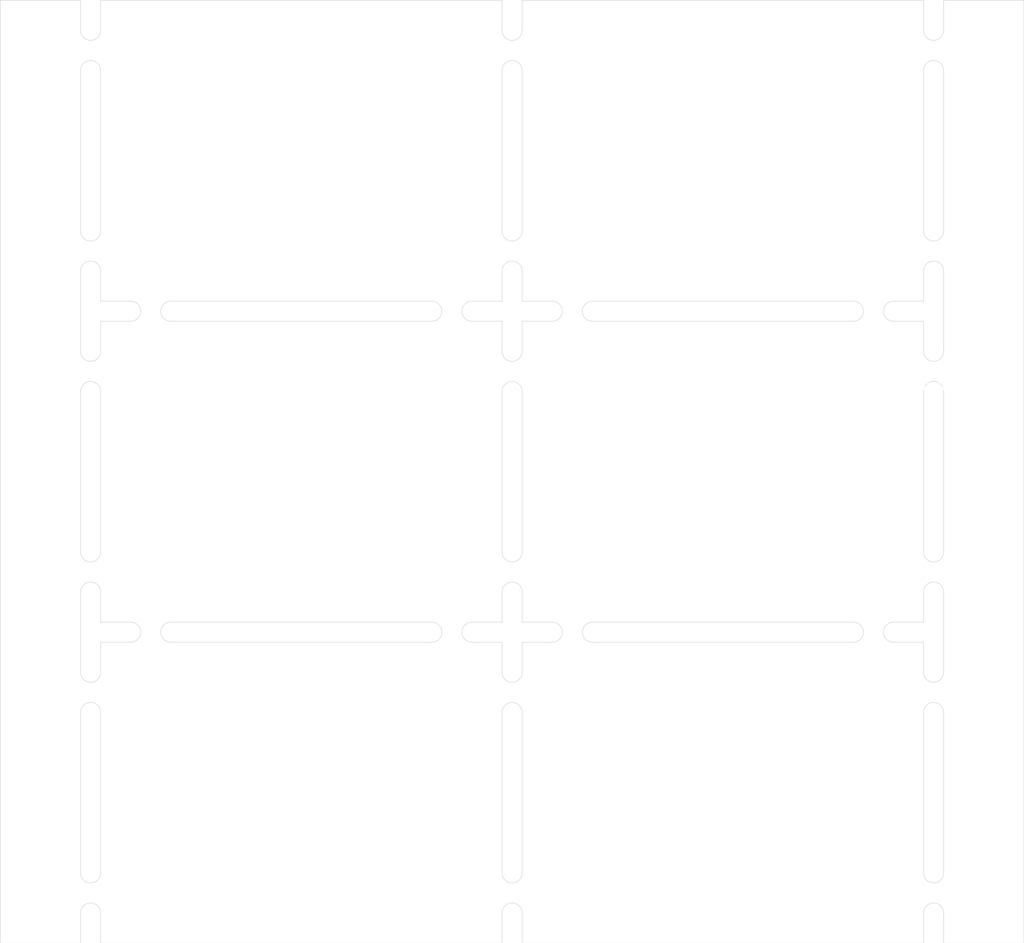
<source format=kicad_pcb>
(kicad_pcb (version 20171130) (host pcbnew 5.1.8)

  (general
    (thickness 1.6)
    (drawings 152)
    (tracks 0)
    (zones 0)
    (modules 26)
    (nets 1)
  )

  (page A4)
  (layers
    (0 F.Cu signal)
    (31 B.Cu signal)
    (32 B.Adhes user)
    (33 F.Adhes user)
    (34 B.Paste user)
    (35 F.Paste user)
    (36 B.SilkS user)
    (37 F.SilkS user)
    (38 B.Mask user)
    (39 F.Mask user)
    (40 Dwgs.User user)
    (41 Cmts.User user)
    (42 Eco1.User user)
    (43 Eco2.User user)
    (44 Edge.Cuts user)
    (45 Margin user)
    (46 B.CrtYd user)
    (47 F.CrtYd user)
    (48 B.Fab user)
    (49 F.Fab user)
  )

  (setup
    (last_trace_width 0.2)
    (trace_clearance 0.2)
    (zone_clearance 0.2)
    (zone_45_only no)
    (trace_min 0.2)
    (via_size 0.8)
    (via_drill 0.4)
    (via_min_size 0.4)
    (via_min_drill 0.3)
    (uvia_size 0.3)
    (uvia_drill 0.1)
    (uvias_allowed no)
    (uvia_min_size 0.2)
    (uvia_min_drill 0.1)
    (edge_width 0.05)
    (segment_width 0.2)
    (pcb_text_width 0.3)
    (pcb_text_size 1.5 1.5)
    (mod_edge_width 0.12)
    (mod_text_size 1 1)
    (mod_text_width 0.15)
    (pad_size 1.524 1.524)
    (pad_drill 0.762)
    (pad_to_mask_clearance 0)
    (aux_axis_origin 70 70)
    (grid_origin 70 70)
    (visible_elements FFFFF77F)
    (pcbplotparams
      (layerselection 0x010f0_ffffffff)
      (usegerberextensions false)
      (usegerberattributes true)
      (usegerberadvancedattributes true)
      (creategerberjobfile true)
      (excludeedgelayer true)
      (linewidth 0.100000)
      (plotframeref false)
      (viasonmask false)
      (mode 1)
      (useauxorigin true)
      (hpglpennumber 1)
      (hpglpenspeed 20)
      (hpglpendiameter 15.000000)
      (psnegative false)
      (psa4output false)
      (plotreference true)
      (plotvalue true)
      (plotinvisibletext false)
      (padsonsilk false)
      (subtractmaskfromsilk false)
      (outputformat 1)
      (mirror false)
      (drillshape 0)
      (scaleselection 1)
      (outputdirectory "gerber/"))
  )

  (net 0 "")

  (net_class Default "This is the default net class."
    (clearance 0.2)
    (trace_width 0.2)
    (via_dia 0.8)
    (via_drill 0.4)
    (uvia_dia 0.3)
    (uvia_drill 0.1)
  )

  (module Panelization:mouse-bite-2mm-slot (layer F.Cu) (tedit 5E4D97AC) (tstamp 5FB37CC1)
    (at 253 78 90)
    (fp_text reference mouse-bite-2mm-slot (at 0 -2 90) (layer F.SilkS) hide
      (effects (font (size 1 1) (thickness 0.2)))
    )
    (fp_text value VAL** (at 0 2.1 90) (layer F.SilkS) hide
      (effects (font (size 1 1) (thickness 0.2)))
    )
    (fp_line (start 2 0) (end 2 0) (layer Eco1.User) (width 2))
    (fp_line (start -2 0) (end -2 0) (layer Eco1.User) (width 2))
    (fp_circle (center -2 0) (end -2 -0.06) (layer Dwgs.User) (width 0.05))
    (fp_circle (center 2 0) (end 2.06 0) (layer Dwgs.User) (width 0.05))
    (pad "" np_thru_hole circle (at 0 -0.75 90) (size 0.5 0.5) (drill 0.5) (layers *.Cu *.Mask))
    (pad "" np_thru_hole circle (at 0 0.75 90) (size 0.5 0.5) (drill 0.5) (layers *.Cu *.Mask))
    (pad "" np_thru_hole circle (at 0.75 -0.75 90) (size 0.5 0.5) (drill 0.5) (layers *.Cu *.Mask))
    (pad "" np_thru_hole circle (at -0.75 -0.75 90) (size 0.5 0.5) (drill 0.5) (layers *.Cu *.Mask))
    (pad "" np_thru_hole circle (at -0.75 0.75 90) (size 0.5 0.5) (drill 0.5) (layers *.Cu *.Mask))
    (pad "" np_thru_hole circle (at 0.75 0.75 90) (size 0.5 0.5) (drill 0.5) (layers *.Cu *.Mask))
  )

  (module Panelization:mouse-bite-2mm-slot (layer F.Cu) (tedit 5E4D97AC) (tstamp 5FB37CC1)
    (at 253 109 90)
    (fp_text reference mouse-bite-2mm-slot (at 0 -2 90) (layer F.SilkS) hide
      (effects (font (size 1 1) (thickness 0.2)))
    )
    (fp_text value VAL** (at 0 2.1 90) (layer F.SilkS) hide
      (effects (font (size 1 1) (thickness 0.2)))
    )
    (fp_line (start 2 0) (end 2 0) (layer Eco1.User) (width 2))
    (fp_line (start -2 0) (end -2 0) (layer Eco1.User) (width 2))
    (fp_circle (center -2 0) (end -2 -0.06) (layer Dwgs.User) (width 0.05))
    (fp_circle (center 2 0) (end 2.06 0) (layer Dwgs.User) (width 0.05))
    (pad "" np_thru_hole circle (at 0 -0.75 90) (size 0.5 0.5) (drill 0.5) (layers *.Cu *.Mask))
    (pad "" np_thru_hole circle (at 0 0.75 90) (size 0.5 0.5) (drill 0.5) (layers *.Cu *.Mask))
    (pad "" np_thru_hole circle (at 0.75 -0.75 90) (size 0.5 0.5) (drill 0.5) (layers *.Cu *.Mask))
    (pad "" np_thru_hole circle (at -0.75 -0.75 90) (size 0.5 0.5) (drill 0.5) (layers *.Cu *.Mask))
    (pad "" np_thru_hole circle (at -0.75 0.75 90) (size 0.5 0.5) (drill 0.5) (layers *.Cu *.Mask))
    (pad "" np_thru_hole circle (at 0.75 0.75 90) (size 0.5 0.5) (drill 0.5) (layers *.Cu *.Mask))
  )

  (module Panelization:mouse-bite-2mm-slot (layer F.Cu) (tedit 5E4D97AC) (tstamp 5FB37CC1)
    (at 211 109 90)
    (fp_text reference mouse-bite-2mm-slot (at 0 -2 90) (layer F.SilkS) hide
      (effects (font (size 1 1) (thickness 0.2)))
    )
    (fp_text value VAL** (at 0 2.1 90) (layer F.SilkS) hide
      (effects (font (size 1 1) (thickness 0.2)))
    )
    (fp_line (start 2 0) (end 2 0) (layer Eco1.User) (width 2))
    (fp_line (start -2 0) (end -2 0) (layer Eco1.User) (width 2))
    (fp_circle (center -2 0) (end -2 -0.06) (layer Dwgs.User) (width 0.05))
    (fp_circle (center 2 0) (end 2.06 0) (layer Dwgs.User) (width 0.05))
    (pad "" np_thru_hole circle (at 0 -0.75 90) (size 0.5 0.5) (drill 0.5) (layers *.Cu *.Mask))
    (pad "" np_thru_hole circle (at 0 0.75 90) (size 0.5 0.5) (drill 0.5) (layers *.Cu *.Mask))
    (pad "" np_thru_hole circle (at 0.75 -0.75 90) (size 0.5 0.5) (drill 0.5) (layers *.Cu *.Mask))
    (pad "" np_thru_hole circle (at -0.75 -0.75 90) (size 0.5 0.5) (drill 0.5) (layers *.Cu *.Mask))
    (pad "" np_thru_hole circle (at -0.75 0.75 90) (size 0.5 0.5) (drill 0.5) (layers *.Cu *.Mask))
    (pad "" np_thru_hole circle (at 0.75 0.75 90) (size 0.5 0.5) (drill 0.5) (layers *.Cu *.Mask))
  )

  (module Panelization:mouse-bite-2mm-slot (layer F.Cu) (tedit 5E4D97AC) (tstamp 5FB37CC1)
    (at 169 109 90)
    (fp_text reference mouse-bite-2mm-slot (at 0 -2 90) (layer F.SilkS) hide
      (effects (font (size 1 1) (thickness 0.2)))
    )
    (fp_text value VAL** (at 0 2.1 90) (layer F.SilkS) hide
      (effects (font (size 1 1) (thickness 0.2)))
    )
    (fp_line (start 2 0) (end 2 0) (layer Eco1.User) (width 2))
    (fp_line (start -2 0) (end -2 0) (layer Eco1.User) (width 2))
    (fp_circle (center -2 0) (end -2 -0.06) (layer Dwgs.User) (width 0.05))
    (fp_circle (center 2 0) (end 2.06 0) (layer Dwgs.User) (width 0.05))
    (pad "" np_thru_hole circle (at 0 -0.75 90) (size 0.5 0.5) (drill 0.5) (layers *.Cu *.Mask))
    (pad "" np_thru_hole circle (at 0 0.75 90) (size 0.5 0.5) (drill 0.5) (layers *.Cu *.Mask))
    (pad "" np_thru_hole circle (at 0.75 -0.75 90) (size 0.5 0.5) (drill 0.5) (layers *.Cu *.Mask))
    (pad "" np_thru_hole circle (at -0.75 -0.75 90) (size 0.5 0.5) (drill 0.5) (layers *.Cu *.Mask))
    (pad "" np_thru_hole circle (at -0.75 0.75 90) (size 0.5 0.5) (drill 0.5) (layers *.Cu *.Mask))
    (pad "" np_thru_hole circle (at 0.75 0.75 90) (size 0.5 0.5) (drill 0.5) (layers *.Cu *.Mask))
  )

  (module Panelization:mouse-bite-2mm-slot (layer F.Cu) (tedit 5E4D97AC) (tstamp 5FB37CC1)
    (at 169 77 90)
    (fp_text reference mouse-bite-2mm-slot (at 0 -2 90) (layer F.SilkS) hide
      (effects (font (size 1 1) (thickness 0.2)))
    )
    (fp_text value VAL** (at 0 2.1 90) (layer F.SilkS) hide
      (effects (font (size 1 1) (thickness 0.2)))
    )
    (fp_line (start 2 0) (end 2 0) (layer Eco1.User) (width 2))
    (fp_line (start -2 0) (end -2 0) (layer Eco1.User) (width 2))
    (fp_circle (center -2 0) (end -2 -0.06) (layer Dwgs.User) (width 0.05))
    (fp_circle (center 2 0) (end 2.06 0) (layer Dwgs.User) (width 0.05))
    (pad "" np_thru_hole circle (at 0 -0.75 90) (size 0.5 0.5) (drill 0.5) (layers *.Cu *.Mask))
    (pad "" np_thru_hole circle (at 0 0.75 90) (size 0.5 0.5) (drill 0.5) (layers *.Cu *.Mask))
    (pad "" np_thru_hole circle (at 0.75 -0.75 90) (size 0.5 0.5) (drill 0.5) (layers *.Cu *.Mask))
    (pad "" np_thru_hole circle (at -0.75 -0.75 90) (size 0.5 0.5) (drill 0.5) (layers *.Cu *.Mask))
    (pad "" np_thru_hole circle (at -0.75 0.75 90) (size 0.5 0.5) (drill 0.5) (layers *.Cu *.Mask))
    (pad "" np_thru_hole circle (at 0.75 0.75 90) (size 0.5 0.5) (drill 0.5) (layers *.Cu *.Mask))
  )

  (module Panelization:mouse-bite-2mm-slot (layer F.Cu) (tedit 5E4D97AC) (tstamp 5FB37CC1)
    (at 211 77 90)
    (fp_text reference mouse-bite-2mm-slot (at 0 -2 90) (layer F.SilkS) hide
      (effects (font (size 1 1) (thickness 0.2)))
    )
    (fp_text value VAL** (at 0 2.1 90) (layer F.SilkS) hide
      (effects (font (size 1 1) (thickness 0.2)))
    )
    (fp_line (start 2 0) (end 2 0) (layer Eco1.User) (width 2))
    (fp_line (start -2 0) (end -2 0) (layer Eco1.User) (width 2))
    (fp_circle (center -2 0) (end -2 -0.06) (layer Dwgs.User) (width 0.05))
    (fp_circle (center 2 0) (end 2.06 0) (layer Dwgs.User) (width 0.05))
    (pad "" np_thru_hole circle (at 0 -0.75 90) (size 0.5 0.5) (drill 0.5) (layers *.Cu *.Mask))
    (pad "" np_thru_hole circle (at 0 0.75 90) (size 0.5 0.5) (drill 0.5) (layers *.Cu *.Mask))
    (pad "" np_thru_hole circle (at 0.75 -0.75 90) (size 0.5 0.5) (drill 0.5) (layers *.Cu *.Mask))
    (pad "" np_thru_hole circle (at -0.75 -0.75 90) (size 0.5 0.5) (drill 0.5) (layers *.Cu *.Mask))
    (pad "" np_thru_hole circle (at -0.75 0.75 90) (size 0.5 0.5) (drill 0.5) (layers *.Cu *.Mask))
    (pad "" np_thru_hole circle (at 0.75 0.75 90) (size 0.5 0.5) (drill 0.5) (layers *.Cu *.Mask))
  )

  (module Panelization:mouse-bite-2mm-slot (layer F.Cu) (tedit 5E4D97AC) (tstamp 5FB37062)
    (at 205 103 180)
    (fp_text reference mouse-bite-2mm-slot (at 0 -2) (layer F.SilkS) hide
      (effects (font (size 1 1) (thickness 0.2)))
    )
    (fp_text value VAL** (at 0 2.1) (layer F.SilkS) hide
      (effects (font (size 1 1) (thickness 0.2)))
    )
    (fp_line (start 2 0) (end 2 0) (layer Eco1.User) (width 2))
    (fp_line (start -2 0) (end -2 0) (layer Eco1.User) (width 2))
    (fp_circle (center -2 0) (end -2 -0.06) (layer Dwgs.User) (width 0.05))
    (fp_circle (center 2 0) (end 2.06 0) (layer Dwgs.User) (width 0.05))
    (pad "" np_thru_hole circle (at 0.75 0.75 180) (size 0.5 0.5) (drill 0.5) (layers *.Cu *.Mask))
    (pad "" np_thru_hole circle (at -0.75 0.75 180) (size 0.5 0.5) (drill 0.5) (layers *.Cu *.Mask))
    (pad "" np_thru_hole circle (at -0.75 -0.75 180) (size 0.5 0.5) (drill 0.5) (layers *.Cu *.Mask))
    (pad "" np_thru_hole circle (at 0.75 -0.75 180) (size 0.5 0.5) (drill 0.5) (layers *.Cu *.Mask))
    (pad "" np_thru_hole circle (at 0 0.75 180) (size 0.5 0.5) (drill 0.5) (layers *.Cu *.Mask))
    (pad "" np_thru_hole circle (at 0 -0.75 180) (size 0.5 0.5) (drill 0.5) (layers *.Cu *.Mask))
  )

  (module Panelization:mouse-bite-2mm-slot (layer F.Cu) (tedit 5E4D97AC) (tstamp 5FB37055)
    (at 217 103 180)
    (fp_text reference mouse-bite-2mm-slot (at 0 -2) (layer F.SilkS) hide
      (effects (font (size 1 1) (thickness 0.2)))
    )
    (fp_text value VAL** (at 0 2.1) (layer F.SilkS) hide
      (effects (font (size 1 1) (thickness 0.2)))
    )
    (fp_line (start 2 0) (end 2 0) (layer Eco1.User) (width 2))
    (fp_line (start -2 0) (end -2 0) (layer Eco1.User) (width 2))
    (fp_circle (center -2 0) (end -2 -0.06) (layer Dwgs.User) (width 0.05))
    (fp_circle (center 2 0) (end 2.06 0) (layer Dwgs.User) (width 0.05))
    (pad "" np_thru_hole circle (at 0.75 0.75 180) (size 0.5 0.5) (drill 0.5) (layers *.Cu *.Mask))
    (pad "" np_thru_hole circle (at -0.75 0.75 180) (size 0.5 0.5) (drill 0.5) (layers *.Cu *.Mask))
    (pad "" np_thru_hole circle (at -0.75 -0.75 180) (size 0.5 0.5) (drill 0.5) (layers *.Cu *.Mask))
    (pad "" np_thru_hole circle (at 0.75 -0.75 180) (size 0.5 0.5) (drill 0.5) (layers *.Cu *.Mask))
    (pad "" np_thru_hole circle (at 0 0.75 180) (size 0.5 0.5) (drill 0.5) (layers *.Cu *.Mask))
    (pad "" np_thru_hole circle (at 0 -0.75 180) (size 0.5 0.5) (drill 0.5) (layers *.Cu *.Mask))
  )

  (module Panelization:mouse-bite-2mm-slot (layer F.Cu) (tedit 5E4D97AC) (tstamp 5FB37048)
    (at 247 103 180)
    (fp_text reference mouse-bite-2mm-slot (at 0 -2) (layer F.SilkS) hide
      (effects (font (size 1 1) (thickness 0.2)))
    )
    (fp_text value VAL** (at 0 2.1) (layer F.SilkS) hide
      (effects (font (size 1 1) (thickness 0.2)))
    )
    (fp_line (start 2 0) (end 2 0) (layer Eco1.User) (width 2))
    (fp_line (start -2 0) (end -2 0) (layer Eco1.User) (width 2))
    (fp_circle (center -2 0) (end -2 -0.06) (layer Dwgs.User) (width 0.05))
    (fp_circle (center 2 0) (end 2.06 0) (layer Dwgs.User) (width 0.05))
    (pad "" np_thru_hole circle (at 0.75 0.75 180) (size 0.5 0.5) (drill 0.5) (layers *.Cu *.Mask))
    (pad "" np_thru_hole circle (at -0.75 0.75 180) (size 0.5 0.5) (drill 0.5) (layers *.Cu *.Mask))
    (pad "" np_thru_hole circle (at -0.75 -0.75 180) (size 0.5 0.5) (drill 0.5) (layers *.Cu *.Mask))
    (pad "" np_thru_hole circle (at 0.75 -0.75 180) (size 0.5 0.5) (drill 0.5) (layers *.Cu *.Mask))
    (pad "" np_thru_hole circle (at 0 0.75 180) (size 0.5 0.5) (drill 0.5) (layers *.Cu *.Mask))
    (pad "" np_thru_hole circle (at 0 -0.75 180) (size 0.5 0.5) (drill 0.5) (layers *.Cu *.Mask))
  )

  (module Panelization:mouse-bite-2mm-slot (layer F.Cu) (tedit 5E4D97AC) (tstamp 5FB3703B)
    (at 175 103 180)
    (fp_text reference mouse-bite-2mm-slot (at 0 -2) (layer F.SilkS) hide
      (effects (font (size 1 1) (thickness 0.2)))
    )
    (fp_text value VAL** (at 0 2.1) (layer F.SilkS) hide
      (effects (font (size 1 1) (thickness 0.2)))
    )
    (fp_line (start 2 0) (end 2 0) (layer Eco1.User) (width 2))
    (fp_line (start -2 0) (end -2 0) (layer Eco1.User) (width 2))
    (fp_circle (center -2 0) (end -2 -0.06) (layer Dwgs.User) (width 0.05))
    (fp_circle (center 2 0) (end 2.06 0) (layer Dwgs.User) (width 0.05))
    (pad "" np_thru_hole circle (at 0.75 0.75 180) (size 0.5 0.5) (drill 0.5) (layers *.Cu *.Mask))
    (pad "" np_thru_hole circle (at -0.75 0.75 180) (size 0.5 0.5) (drill 0.5) (layers *.Cu *.Mask))
    (pad "" np_thru_hole circle (at -0.75 -0.75 180) (size 0.5 0.5) (drill 0.5) (layers *.Cu *.Mask))
    (pad "" np_thru_hole circle (at 0.75 -0.75 180) (size 0.5 0.5) (drill 0.5) (layers *.Cu *.Mask))
    (pad "" np_thru_hole circle (at 0 0.75 180) (size 0.5 0.5) (drill 0.5) (layers *.Cu *.Mask))
    (pad "" np_thru_hole circle (at 0 -0.75 180) (size 0.5 0.5) (drill 0.5) (layers *.Cu *.Mask))
  )

  (module Panelization:mouse-bite-2mm-slot (layer F.Cu) (tedit 5E4D97AC) (tstamp 5FB36F86)
    (at 247 71 180)
    (fp_text reference mouse-bite-2mm-slot (at 0 -2) (layer F.SilkS) hide
      (effects (font (size 1 1) (thickness 0.2)))
    )
    (fp_text value VAL** (at 0 2.1) (layer F.SilkS) hide
      (effects (font (size 1 1) (thickness 0.2)))
    )
    (fp_line (start 2 0) (end 2 0) (layer Eco1.User) (width 2))
    (fp_line (start -2 0) (end -2 0) (layer Eco1.User) (width 2))
    (fp_circle (center -2 0) (end -2 -0.06) (layer Dwgs.User) (width 0.05))
    (fp_circle (center 2 0) (end 2.06 0) (layer Dwgs.User) (width 0.05))
    (pad "" np_thru_hole circle (at 0 -0.75 180) (size 0.5 0.5) (drill 0.5) (layers *.Cu *.Mask))
    (pad "" np_thru_hole circle (at 0 0.75 180) (size 0.5 0.5) (drill 0.5) (layers *.Cu *.Mask))
    (pad "" np_thru_hole circle (at 0.75 -0.75 180) (size 0.5 0.5) (drill 0.5) (layers *.Cu *.Mask))
    (pad "" np_thru_hole circle (at -0.75 -0.75 180) (size 0.5 0.5) (drill 0.5) (layers *.Cu *.Mask))
    (pad "" np_thru_hole circle (at -0.75 0.75 180) (size 0.5 0.5) (drill 0.5) (layers *.Cu *.Mask))
    (pad "" np_thru_hole circle (at 0.75 0.75 180) (size 0.5 0.5) (drill 0.5) (layers *.Cu *.Mask))
  )

  (module Panelization:mouse-bite-2mm-slot (layer F.Cu) (tedit 5E4D97AC) (tstamp 5FB36F86)
    (at 217 71 180)
    (fp_text reference mouse-bite-2mm-slot (at 0 -2) (layer F.SilkS) hide
      (effects (font (size 1 1) (thickness 0.2)))
    )
    (fp_text value VAL** (at 0 2.1) (layer F.SilkS) hide
      (effects (font (size 1 1) (thickness 0.2)))
    )
    (fp_line (start 2 0) (end 2 0) (layer Eco1.User) (width 2))
    (fp_line (start -2 0) (end -2 0) (layer Eco1.User) (width 2))
    (fp_circle (center -2 0) (end -2 -0.06) (layer Dwgs.User) (width 0.05))
    (fp_circle (center 2 0) (end 2.06 0) (layer Dwgs.User) (width 0.05))
    (pad "" np_thru_hole circle (at 0 -0.75 180) (size 0.5 0.5) (drill 0.5) (layers *.Cu *.Mask))
    (pad "" np_thru_hole circle (at 0 0.75 180) (size 0.5 0.5) (drill 0.5) (layers *.Cu *.Mask))
    (pad "" np_thru_hole circle (at 0.75 -0.75 180) (size 0.5 0.5) (drill 0.5) (layers *.Cu *.Mask))
    (pad "" np_thru_hole circle (at -0.75 -0.75 180) (size 0.5 0.5) (drill 0.5) (layers *.Cu *.Mask))
    (pad "" np_thru_hole circle (at -0.75 0.75 180) (size 0.5 0.5) (drill 0.5) (layers *.Cu *.Mask))
    (pad "" np_thru_hole circle (at 0.75 0.75 180) (size 0.5 0.5) (drill 0.5) (layers *.Cu *.Mask))
  )

  (module Panelization:mouse-bite-2mm-slot (layer F.Cu) (tedit 5E4D97AC) (tstamp 5FB36F86)
    (at 205 71 180)
    (fp_text reference mouse-bite-2mm-slot (at 0 -2) (layer F.SilkS) hide
      (effects (font (size 1 1) (thickness 0.2)))
    )
    (fp_text value VAL** (at 0 2.1) (layer F.SilkS) hide
      (effects (font (size 1 1) (thickness 0.2)))
    )
    (fp_line (start 2 0) (end 2 0) (layer Eco1.User) (width 2))
    (fp_line (start -2 0) (end -2 0) (layer Eco1.User) (width 2))
    (fp_circle (center -2 0) (end -2 -0.06) (layer Dwgs.User) (width 0.05))
    (fp_circle (center 2 0) (end 2.06 0) (layer Dwgs.User) (width 0.05))
    (pad "" np_thru_hole circle (at 0 -0.75 180) (size 0.5 0.5) (drill 0.5) (layers *.Cu *.Mask))
    (pad "" np_thru_hole circle (at 0 0.75 180) (size 0.5 0.5) (drill 0.5) (layers *.Cu *.Mask))
    (pad "" np_thru_hole circle (at 0.75 -0.75 180) (size 0.5 0.5) (drill 0.5) (layers *.Cu *.Mask))
    (pad "" np_thru_hole circle (at -0.75 -0.75 180) (size 0.5 0.5) (drill 0.5) (layers *.Cu *.Mask))
    (pad "" np_thru_hole circle (at -0.75 0.75 180) (size 0.5 0.5) (drill 0.5) (layers *.Cu *.Mask))
    (pad "" np_thru_hole circle (at 0.75 0.75 180) (size 0.5 0.5) (drill 0.5) (layers *.Cu *.Mask))
  )

  (module Panelization:mouse-bite-2mm-slot (layer F.Cu) (tedit 5E4D97AC) (tstamp 5FB36F86)
    (at 175 71 180)
    (fp_text reference mouse-bite-2mm-slot (at 0 -2) (layer F.SilkS) hide
      (effects (font (size 1 1) (thickness 0.2)))
    )
    (fp_text value VAL** (at 0 2.1) (layer F.SilkS) hide
      (effects (font (size 1 1) (thickness 0.2)))
    )
    (fp_line (start 2 0) (end 2 0) (layer Eco1.User) (width 2))
    (fp_line (start -2 0) (end -2 0) (layer Eco1.User) (width 2))
    (fp_circle (center -2 0) (end -2 -0.06) (layer Dwgs.User) (width 0.05))
    (fp_circle (center 2 0) (end 2.06 0) (layer Dwgs.User) (width 0.05))
    (pad "" np_thru_hole circle (at 0 -0.75 180) (size 0.5 0.5) (drill 0.5) (layers *.Cu *.Mask))
    (pad "" np_thru_hole circle (at 0 0.75 180) (size 0.5 0.5) (drill 0.5) (layers *.Cu *.Mask))
    (pad "" np_thru_hole circle (at 0.75 -0.75 180) (size 0.5 0.5) (drill 0.5) (layers *.Cu *.Mask))
    (pad "" np_thru_hole circle (at -0.75 -0.75 180) (size 0.5 0.5) (drill 0.5) (layers *.Cu *.Mask))
    (pad "" np_thru_hole circle (at -0.75 0.75 180) (size 0.5 0.5) (drill 0.5) (layers *.Cu *.Mask))
    (pad "" np_thru_hole circle (at 0.75 0.75 180) (size 0.5 0.5) (drill 0.5) (layers *.Cu *.Mask))
  )

  (module Panelization:mouse-bite-2mm-slot (layer F.Cu) (tedit 5E4D97AC) (tstamp 5FB36F01)
    (at 253 45 90)
    (fp_text reference mouse-bite-2mm-slot (at 0 -2 90) (layer F.SilkS) hide
      (effects (font (size 1 1) (thickness 0.2)))
    )
    (fp_text value VAL** (at 0 2.1 90) (layer F.SilkS) hide
      (effects (font (size 1 1) (thickness 0.2)))
    )
    (fp_line (start 2 0) (end 2 0) (layer Eco1.User) (width 2))
    (fp_line (start -2 0) (end -2 0) (layer Eco1.User) (width 2))
    (fp_circle (center -2 0) (end -2 -0.06) (layer Dwgs.User) (width 0.05))
    (fp_circle (center 2 0) (end 2.06 0) (layer Dwgs.User) (width 0.05))
    (pad "" np_thru_hole circle (at 0 -0.75 90) (size 0.5 0.5) (drill 0.5) (layers *.Cu *.Mask))
    (pad "" np_thru_hole circle (at 0 0.75 90) (size 0.5 0.5) (drill 0.5) (layers *.Cu *.Mask))
    (pad "" np_thru_hole circle (at 0.75 -0.75 90) (size 0.5 0.5) (drill 0.5) (layers *.Cu *.Mask))
    (pad "" np_thru_hole circle (at -0.75 -0.75 90) (size 0.5 0.5) (drill 0.5) (layers *.Cu *.Mask))
    (pad "" np_thru_hole circle (at -0.75 0.75 90) (size 0.5 0.5) (drill 0.5) (layers *.Cu *.Mask))
    (pad "" np_thru_hole circle (at 0.75 0.75 90) (size 0.5 0.5) (drill 0.5) (layers *.Cu *.Mask))
  )

  (module Panelization:mouse-bite-2mm-slot (layer F.Cu) (tedit 5E4D97AC) (tstamp 5FB36EF4)
    (at 253 97 90)
    (fp_text reference mouse-bite-2mm-slot (at 0 -2 90) (layer F.SilkS) hide
      (effects (font (size 1 1) (thickness 0.2)))
    )
    (fp_text value VAL** (at 0 2.1 90) (layer F.SilkS) hide
      (effects (font (size 1 1) (thickness 0.2)))
    )
    (fp_line (start 2 0) (end 2 0) (layer Eco1.User) (width 2))
    (fp_line (start -2 0) (end -2 0) (layer Eco1.User) (width 2))
    (fp_circle (center -2 0) (end -2 -0.06) (layer Dwgs.User) (width 0.05))
    (fp_circle (center 2 0) (end 2.06 0) (layer Dwgs.User) (width 0.05))
    (pad "" np_thru_hole circle (at 0.75 0.75 90) (size 0.5 0.5) (drill 0.5) (layers *.Cu *.Mask))
    (pad "" np_thru_hole circle (at -0.75 0.75 90) (size 0.5 0.5) (drill 0.5) (layers *.Cu *.Mask))
    (pad "" np_thru_hole circle (at -0.75 -0.75 90) (size 0.5 0.5) (drill 0.5) (layers *.Cu *.Mask))
    (pad "" np_thru_hole circle (at 0.75 -0.75 90) (size 0.5 0.5) (drill 0.5) (layers *.Cu *.Mask))
    (pad "" np_thru_hole circle (at 0 0.75 90) (size 0.5 0.5) (drill 0.5) (layers *.Cu *.Mask))
    (pad "" np_thru_hole circle (at 0 -0.75 90) (size 0.5 0.5) (drill 0.5) (layers *.Cu *.Mask))
  )

  (module Panelization:mouse-bite-2mm-slot (layer F.Cu) (tedit 5E4D97AC) (tstamp 5FB36EE7)
    (at 253 65 90)
    (fp_text reference mouse-bite-2mm-slot (at 0 -2 90) (layer F.SilkS) hide
      (effects (font (size 1 1) (thickness 0.2)))
    )
    (fp_text value VAL** (at 0 2.1 90) (layer F.SilkS) hide
      (effects (font (size 1 1) (thickness 0.2)))
    )
    (fp_line (start 2 0) (end 2 0) (layer Eco1.User) (width 2))
    (fp_line (start -2 0) (end -2 0) (layer Eco1.User) (width 2))
    (fp_circle (center -2 0) (end -2 -0.06) (layer Dwgs.User) (width 0.05))
    (fp_circle (center 2 0) (end 2.06 0) (layer Dwgs.User) (width 0.05))
    (pad "" np_thru_hole circle (at 0.75 0.75 90) (size 0.5 0.5) (drill 0.5) (layers *.Cu *.Mask))
    (pad "" np_thru_hole circle (at -0.75 0.75 90) (size 0.5 0.5) (drill 0.5) (layers *.Cu *.Mask))
    (pad "" np_thru_hole circle (at -0.75 -0.75 90) (size 0.5 0.5) (drill 0.5) (layers *.Cu *.Mask))
    (pad "" np_thru_hole circle (at 0.75 -0.75 90) (size 0.5 0.5) (drill 0.5) (layers *.Cu *.Mask))
    (pad "" np_thru_hole circle (at 0 0.75 90) (size 0.5 0.5) (drill 0.5) (layers *.Cu *.Mask))
    (pad "" np_thru_hole circle (at 0 -0.75 90) (size 0.5 0.5) (drill 0.5) (layers *.Cu *.Mask))
  )

  (module Panelization:mouse-bite-2mm-slot (layer F.Cu) (tedit 5E4D97AC) (tstamp 5FB36EDA)
    (at 253 129 90)
    (fp_text reference mouse-bite-2mm-slot (at 0 -2 90) (layer F.SilkS) hide
      (effects (font (size 1 1) (thickness 0.2)))
    )
    (fp_text value VAL** (at 0 2.1 90) (layer F.SilkS) hide
      (effects (font (size 1 1) (thickness 0.2)))
    )
    (fp_line (start 2 0) (end 2 0) (layer Eco1.User) (width 2))
    (fp_line (start -2 0) (end -2 0) (layer Eco1.User) (width 2))
    (fp_circle (center -2 0) (end -2 -0.06) (layer Dwgs.User) (width 0.05))
    (fp_circle (center 2 0) (end 2.06 0) (layer Dwgs.User) (width 0.05))
    (pad "" np_thru_hole circle (at 0.75 0.75 90) (size 0.5 0.5) (drill 0.5) (layers *.Cu *.Mask))
    (pad "" np_thru_hole circle (at -0.75 0.75 90) (size 0.5 0.5) (drill 0.5) (layers *.Cu *.Mask))
    (pad "" np_thru_hole circle (at -0.75 -0.75 90) (size 0.5 0.5) (drill 0.5) (layers *.Cu *.Mask))
    (pad "" np_thru_hole circle (at 0.75 -0.75 90) (size 0.5 0.5) (drill 0.5) (layers *.Cu *.Mask))
    (pad "" np_thru_hole circle (at 0 0.75 90) (size 0.5 0.5) (drill 0.5) (layers *.Cu *.Mask))
    (pad "" np_thru_hole circle (at 0 -0.75 90) (size 0.5 0.5) (drill 0.5) (layers *.Cu *.Mask))
  )

  (module Panelization:mouse-bite-2mm-slot (layer F.Cu) (tedit 5E4D97AC) (tstamp 5FB36F01)
    (at 211 45 90)
    (fp_text reference mouse-bite-2mm-slot (at 0 -2 90) (layer F.SilkS) hide
      (effects (font (size 1 1) (thickness 0.2)))
    )
    (fp_text value VAL** (at 0 2.1 90) (layer F.SilkS) hide
      (effects (font (size 1 1) (thickness 0.2)))
    )
    (fp_line (start 2 0) (end 2 0) (layer Eco1.User) (width 2))
    (fp_line (start -2 0) (end -2 0) (layer Eco1.User) (width 2))
    (fp_circle (center -2 0) (end -2 -0.06) (layer Dwgs.User) (width 0.05))
    (fp_circle (center 2 0) (end 2.06 0) (layer Dwgs.User) (width 0.05))
    (pad "" np_thru_hole circle (at 0 -0.75 90) (size 0.5 0.5) (drill 0.5) (layers *.Cu *.Mask))
    (pad "" np_thru_hole circle (at 0 0.75 90) (size 0.5 0.5) (drill 0.5) (layers *.Cu *.Mask))
    (pad "" np_thru_hole circle (at 0.75 -0.75 90) (size 0.5 0.5) (drill 0.5) (layers *.Cu *.Mask))
    (pad "" np_thru_hole circle (at -0.75 -0.75 90) (size 0.5 0.5) (drill 0.5) (layers *.Cu *.Mask))
    (pad "" np_thru_hole circle (at -0.75 0.75 90) (size 0.5 0.5) (drill 0.5) (layers *.Cu *.Mask))
    (pad "" np_thru_hole circle (at 0.75 0.75 90) (size 0.5 0.5) (drill 0.5) (layers *.Cu *.Mask))
  )

  (module Panelization:mouse-bite-2mm-slot (layer F.Cu) (tedit 5E4D97AC) (tstamp 5FB36EF4)
    (at 211 97 90)
    (fp_text reference mouse-bite-2mm-slot (at 0 -2 90) (layer F.SilkS) hide
      (effects (font (size 1 1) (thickness 0.2)))
    )
    (fp_text value VAL** (at 0 2.1 90) (layer F.SilkS) hide
      (effects (font (size 1 1) (thickness 0.2)))
    )
    (fp_line (start 2 0) (end 2 0) (layer Eco1.User) (width 2))
    (fp_line (start -2 0) (end -2 0) (layer Eco1.User) (width 2))
    (fp_circle (center -2 0) (end -2 -0.06) (layer Dwgs.User) (width 0.05))
    (fp_circle (center 2 0) (end 2.06 0) (layer Dwgs.User) (width 0.05))
    (pad "" np_thru_hole circle (at 0.75 0.75 90) (size 0.5 0.5) (drill 0.5) (layers *.Cu *.Mask))
    (pad "" np_thru_hole circle (at -0.75 0.75 90) (size 0.5 0.5) (drill 0.5) (layers *.Cu *.Mask))
    (pad "" np_thru_hole circle (at -0.75 -0.75 90) (size 0.5 0.5) (drill 0.5) (layers *.Cu *.Mask))
    (pad "" np_thru_hole circle (at 0.75 -0.75 90) (size 0.5 0.5) (drill 0.5) (layers *.Cu *.Mask))
    (pad "" np_thru_hole circle (at 0 0.75 90) (size 0.5 0.5) (drill 0.5) (layers *.Cu *.Mask))
    (pad "" np_thru_hole circle (at 0 -0.75 90) (size 0.5 0.5) (drill 0.5) (layers *.Cu *.Mask))
  )

  (module Panelization:mouse-bite-2mm-slot (layer F.Cu) (tedit 5E4D97AC) (tstamp 5FB36EE7)
    (at 211 65 90)
    (fp_text reference mouse-bite-2mm-slot (at 0 -2 90) (layer F.SilkS) hide
      (effects (font (size 1 1) (thickness 0.2)))
    )
    (fp_text value VAL** (at 0 2.1 90) (layer F.SilkS) hide
      (effects (font (size 1 1) (thickness 0.2)))
    )
    (fp_line (start 2 0) (end 2 0) (layer Eco1.User) (width 2))
    (fp_line (start -2 0) (end -2 0) (layer Eco1.User) (width 2))
    (fp_circle (center -2 0) (end -2 -0.06) (layer Dwgs.User) (width 0.05))
    (fp_circle (center 2 0) (end 2.06 0) (layer Dwgs.User) (width 0.05))
    (pad "" np_thru_hole circle (at 0.75 0.75 90) (size 0.5 0.5) (drill 0.5) (layers *.Cu *.Mask))
    (pad "" np_thru_hole circle (at -0.75 0.75 90) (size 0.5 0.5) (drill 0.5) (layers *.Cu *.Mask))
    (pad "" np_thru_hole circle (at -0.75 -0.75 90) (size 0.5 0.5) (drill 0.5) (layers *.Cu *.Mask))
    (pad "" np_thru_hole circle (at 0.75 -0.75 90) (size 0.5 0.5) (drill 0.5) (layers *.Cu *.Mask))
    (pad "" np_thru_hole circle (at 0 0.75 90) (size 0.5 0.5) (drill 0.5) (layers *.Cu *.Mask))
    (pad "" np_thru_hole circle (at 0 -0.75 90) (size 0.5 0.5) (drill 0.5) (layers *.Cu *.Mask))
  )

  (module Panelization:mouse-bite-2mm-slot (layer F.Cu) (tedit 5E4D97AC) (tstamp 5FB36EDA)
    (at 211 129 90)
    (fp_text reference mouse-bite-2mm-slot (at 0 -2 90) (layer F.SilkS) hide
      (effects (font (size 1 1) (thickness 0.2)))
    )
    (fp_text value VAL** (at 0 2.1 90) (layer F.SilkS) hide
      (effects (font (size 1 1) (thickness 0.2)))
    )
    (fp_line (start 2 0) (end 2 0) (layer Eco1.User) (width 2))
    (fp_line (start -2 0) (end -2 0) (layer Eco1.User) (width 2))
    (fp_circle (center -2 0) (end -2 -0.06) (layer Dwgs.User) (width 0.05))
    (fp_circle (center 2 0) (end 2.06 0) (layer Dwgs.User) (width 0.05))
    (pad "" np_thru_hole circle (at 0.75 0.75 90) (size 0.5 0.5) (drill 0.5) (layers *.Cu *.Mask))
    (pad "" np_thru_hole circle (at -0.75 0.75 90) (size 0.5 0.5) (drill 0.5) (layers *.Cu *.Mask))
    (pad "" np_thru_hole circle (at -0.75 -0.75 90) (size 0.5 0.5) (drill 0.5) (layers *.Cu *.Mask))
    (pad "" np_thru_hole circle (at 0.75 -0.75 90) (size 0.5 0.5) (drill 0.5) (layers *.Cu *.Mask))
    (pad "" np_thru_hole circle (at 0 0.75 90) (size 0.5 0.5) (drill 0.5) (layers *.Cu *.Mask))
    (pad "" np_thru_hole circle (at 0 -0.75 90) (size 0.5 0.5) (drill 0.5) (layers *.Cu *.Mask))
  )

  (module Panelization:mouse-bite-2mm-slot (layer F.Cu) (tedit 5E4D97AC) (tstamp 5FB36D8D)
    (at 169 129 90)
    (fp_text reference mouse-bite-2mm-slot (at 0 -2 90) (layer F.SilkS) hide
      (effects (font (size 1 1) (thickness 0.2)))
    )
    (fp_text value VAL** (at 0 2.1 90) (layer F.SilkS) hide
      (effects (font (size 1 1) (thickness 0.2)))
    )
    (fp_line (start 2 0) (end 2 0) (layer Eco1.User) (width 2))
    (fp_line (start -2 0) (end -2 0) (layer Eco1.User) (width 2))
    (fp_circle (center -2 0) (end -2 -0.06) (layer Dwgs.User) (width 0.05))
    (fp_circle (center 2 0) (end 2.06 0) (layer Dwgs.User) (width 0.05))
    (pad "" np_thru_hole circle (at 0 -0.75 90) (size 0.5 0.5) (drill 0.5) (layers *.Cu *.Mask))
    (pad "" np_thru_hole circle (at 0 0.75 90) (size 0.5 0.5) (drill 0.5) (layers *.Cu *.Mask))
    (pad "" np_thru_hole circle (at 0.75 -0.75 90) (size 0.5 0.5) (drill 0.5) (layers *.Cu *.Mask))
    (pad "" np_thru_hole circle (at -0.75 -0.75 90) (size 0.5 0.5) (drill 0.5) (layers *.Cu *.Mask))
    (pad "" np_thru_hole circle (at -0.75 0.75 90) (size 0.5 0.5) (drill 0.5) (layers *.Cu *.Mask))
    (pad "" np_thru_hole circle (at 0.75 0.75 90) (size 0.5 0.5) (drill 0.5) (layers *.Cu *.Mask))
  )

  (module Panelization:mouse-bite-2mm-slot (layer F.Cu) (tedit 5E4D97AC) (tstamp 5FB36D8D)
    (at 169 97 90)
    (fp_text reference mouse-bite-2mm-slot (at 0 -2 90) (layer F.SilkS) hide
      (effects (font (size 1 1) (thickness 0.2)))
    )
    (fp_text value VAL** (at 0 2.1 90) (layer F.SilkS) hide
      (effects (font (size 1 1) (thickness 0.2)))
    )
    (fp_line (start 2 0) (end 2 0) (layer Eco1.User) (width 2))
    (fp_line (start -2 0) (end -2 0) (layer Eco1.User) (width 2))
    (fp_circle (center -2 0) (end -2 -0.06) (layer Dwgs.User) (width 0.05))
    (fp_circle (center 2 0) (end 2.06 0) (layer Dwgs.User) (width 0.05))
    (pad "" np_thru_hole circle (at 0 -0.75 90) (size 0.5 0.5) (drill 0.5) (layers *.Cu *.Mask))
    (pad "" np_thru_hole circle (at 0 0.75 90) (size 0.5 0.5) (drill 0.5) (layers *.Cu *.Mask))
    (pad "" np_thru_hole circle (at 0.75 -0.75 90) (size 0.5 0.5) (drill 0.5) (layers *.Cu *.Mask))
    (pad "" np_thru_hole circle (at -0.75 -0.75 90) (size 0.5 0.5) (drill 0.5) (layers *.Cu *.Mask))
    (pad "" np_thru_hole circle (at -0.75 0.75 90) (size 0.5 0.5) (drill 0.5) (layers *.Cu *.Mask))
    (pad "" np_thru_hole circle (at 0.75 0.75 90) (size 0.5 0.5) (drill 0.5) (layers *.Cu *.Mask))
  )

  (module Panelization:mouse-bite-2mm-slot (layer F.Cu) (tedit 5E4D97AC) (tstamp 5FB36D8D)
    (at 169 65 90)
    (fp_text reference mouse-bite-2mm-slot (at 0 -2 90) (layer F.SilkS) hide
      (effects (font (size 1 1) (thickness 0.2)))
    )
    (fp_text value VAL** (at 0 2.1 90) (layer F.SilkS) hide
      (effects (font (size 1 1) (thickness 0.2)))
    )
    (fp_line (start 2 0) (end 2 0) (layer Eco1.User) (width 2))
    (fp_line (start -2 0) (end -2 0) (layer Eco1.User) (width 2))
    (fp_circle (center -2 0) (end -2 -0.06) (layer Dwgs.User) (width 0.05))
    (fp_circle (center 2 0) (end 2.06 0) (layer Dwgs.User) (width 0.05))
    (pad "" np_thru_hole circle (at 0 -0.75 90) (size 0.5 0.5) (drill 0.5) (layers *.Cu *.Mask))
    (pad "" np_thru_hole circle (at 0 0.75 90) (size 0.5 0.5) (drill 0.5) (layers *.Cu *.Mask))
    (pad "" np_thru_hole circle (at 0.75 -0.75 90) (size 0.5 0.5) (drill 0.5) (layers *.Cu *.Mask))
    (pad "" np_thru_hole circle (at -0.75 -0.75 90) (size 0.5 0.5) (drill 0.5) (layers *.Cu *.Mask))
    (pad "" np_thru_hole circle (at -0.75 0.75 90) (size 0.5 0.5) (drill 0.5) (layers *.Cu *.Mask))
    (pad "" np_thru_hole circle (at 0.75 0.75 90) (size 0.5 0.5) (drill 0.5) (layers *.Cu *.Mask))
  )

  (module Panelization:mouse-bite-2mm-slot (layer F.Cu) (tedit 5E4D97AC) (tstamp 5FB36EBC)
    (at 169 45 90)
    (fp_text reference mouse-bite-2mm-slot (at 0 -2 90) (layer F.SilkS) hide
      (effects (font (size 1 1) (thickness 0.2)))
    )
    (fp_text value VAL** (at 0 2.1 90) (layer F.SilkS) hide
      (effects (font (size 1 1) (thickness 0.2)))
    )
    (fp_line (start 2 0) (end 2 0) (layer Eco1.User) (width 2))
    (fp_line (start -2 0) (end -2 0) (layer Eco1.User) (width 2))
    (fp_circle (center -2 0) (end -2 -0.06) (layer Dwgs.User) (width 0.05))
    (fp_circle (center 2 0) (end 2.06 0) (layer Dwgs.User) (width 0.05))
    (pad "" np_thru_hole circle (at 0.75 0.75 90) (size 0.5 0.5) (drill 0.5) (layers *.Cu *.Mask))
    (pad "" np_thru_hole circle (at -0.75 0.75 90) (size 0.5 0.5) (drill 0.5) (layers *.Cu *.Mask))
    (pad "" np_thru_hole circle (at -0.75 -0.75 90) (size 0.5 0.5) (drill 0.5) (layers *.Cu *.Mask))
    (pad "" np_thru_hole circle (at 0.75 -0.75 90) (size 0.5 0.5) (drill 0.5) (layers *.Cu *.Mask))
    (pad "" np_thru_hole circle (at 0 0.75 90) (size 0.5 0.5) (drill 0.5) (layers *.Cu *.Mask))
    (pad "" np_thru_hole circle (at 0 -0.75 90) (size 0.5 0.5) (drill 0.5) (layers *.Cu *.Mask))
  )

  (gr_line (start 168 75) (end 168 67) (layer Edge.Cuts) (width 0.05) (tstamp 5FB27148))
  (gr_line (start 168 107) (end 168 99) (layer Edge.Cuts) (width 0.05) (tstamp 5FB27147))
  (gr_line (start 254 107) (end 254 99) (layer Edge.Cuts) (width 0.05) (tstamp 5FB27146))
  (gr_line (start 254 75) (end 254 67) (layer Edge.Cuts) (width 0.05) (tstamp 5FB27145))
  (gr_line (start 177 72) (end 203 72) (layer Edge.Cuts) (width 0.05) (tstamp 5FB270A4))
  (gr_line (start 210 70) (end 210 67) (layer Edge.Cuts) (width 0.05) (tstamp 5FB270A3))
  (gr_line (start 173 102) (end 170 102) (layer Edge.Cuts) (width 0.05) (tstamp 5FB270A2))
  (gr_line (start 210 63) (end 210 47) (layer Edge.Cuts) (width 0.05) (tstamp 5FB270A1))
  (gr_arc (start 211 99) (end 212 99) (angle -180) (layer Edge.Cuts) (width 0.05) (tstamp 5FB270A0))
  (gr_arc (start 173 71) (end 173 72) (angle -180) (layer Edge.Cuts) (width 0.05) (tstamp 5FB2709F))
  (gr_line (start 254 40) (end 262 40) (layer Edge.Cuts) (width 0.05) (tstamp 5FB2709C))
  (gr_arc (start 169 127) (end 168 127) (angle -180) (layer Edge.Cuts) (width 0.05) (tstamp 5FB2709A))
  (gr_line (start 215 134) (end 219 134) (layer Edge.Cuts) (width 0.05) (tstamp 5FB27099))
  (gr_line (start 252 70) (end 252 67) (layer Edge.Cuts) (width 0.05) (tstamp 5FB27098))
  (gr_line (start 252 43) (end 252 40) (layer Edge.Cuts) (width 0.05) (tstamp 5FB27095))
  (gr_line (start 212 63) (end 212 47) (layer Edge.Cuts) (width 0.05) (tstamp 5FB27094))
  (gr_line (start 252 63) (end 252 47) (layer Edge.Cuts) (width 0.05) (tstamp 5FB27093))
  (gr_line (start 249 70) (end 252 70) (layer Edge.Cuts) (width 0.05) (tstamp 5FB27092))
  (gr_line (start 254 47) (end 254 63) (layer Edge.Cuts) (width 0.05) (tstamp 5FB27091))
  (gr_line (start 207 70) (end 210 70) (layer Edge.Cuts) (width 0.05) (tstamp 5FB27090))
  (gr_line (start 210 43) (end 210 40) (layer Edge.Cuts) (width 0.05) (tstamp 5FB2708B))
  (gr_line (start 168 127) (end 168 111) (layer Edge.Cuts) (width 0.05) (tstamp 5FB2708A))
  (gr_line (start 262 134) (end 254 134) (layer Edge.Cuts) (width 0.05) (tstamp 5FB27089))
  (gr_line (start 245 134) (end 249 134) (layer Edge.Cuts) (width 0.05) (tstamp 5FB27088))
  (gr_line (start 173 40) (end 177 40) (layer Edge.Cuts) (width 0.05) (tstamp 5FB27087))
  (gr_line (start 170 102) (end 170 99) (layer Edge.Cuts) (width 0.05) (tstamp 5FB27086))
  (gr_line (start 177 134) (end 203 134) (layer Edge.Cuts) (width 0.05) (tstamp 5FB27085))
  (gr_line (start 170 63) (end 170 47) (layer Edge.Cuts) (width 0.05) (tstamp 5FB27084))
  (gr_line (start 254 40) (end 254 43) (layer Edge.Cuts) (width 0.05) (tstamp 5FB27083))
  (gr_line (start 168 43) (end 168 40) (layer Edge.Cuts) (width 0.05) (tstamp 5FB27082))
  (gr_line (start 207 72) (end 210 72) (layer Edge.Cuts) (width 0.05) (tstamp 5FB27081))
  (gr_line (start 254 95) (end 254 79) (layer Edge.Cuts) (width 0.05) (tstamp 5FB27080))
  (gr_arc (start 211 75) (end 210 75) (angle -180) (layer Edge.Cuts) (width 0.05) (tstamp 5FB2707F))
  (gr_arc (start 203 71) (end 203 72) (angle -180) (layer Edge.Cuts) (width 0.05) (tstamp 5FB2707E))
  (gr_line (start 170 72) (end 173 72) (layer Edge.Cuts) (width 0.05) (tstamp 5FB2707D))
  (gr_line (start 170 43) (end 170 40) (layer Edge.Cuts) (width 0.05) (tstamp 5FB2707C))
  (gr_line (start 177 70) (end 203 70) (layer Edge.Cuts) (width 0.05) (tstamp 5FB2707B))
  (gr_arc (start 177 71) (end 177 70) (angle -180) (layer Edge.Cuts) (width 0.05) (tstamp 5FB2707A))
  (gr_line (start 215 40) (end 219 40) (layer Edge.Cuts) (width 0.05) (tstamp 5FB27079))
  (gr_line (start 212 134) (end 212 131) (layer Edge.Cuts) (width 0.05) (tstamp 5FB27078))
  (gr_line (start 249 40) (end 245 40) (layer Edge.Cuts) (width 0.05) (tstamp 5FB27077))
  (gr_line (start 262 40) (end 262 134) (layer Edge.Cuts) (width 0.05) (tstamp 5FB27076))
  (gr_line (start 212 104) (end 215 104) (layer Edge.Cuts) (width 0.05) (tstamp 5FB27075))
  (gr_line (start 170 104) (end 173 104) (layer Edge.Cuts) (width 0.05) (tstamp 5FB27074))
  (gr_arc (start 253 111) (end 254 111) (angle -180) (layer Edge.Cuts) (width 0.05) (tstamp 5FB27073))
  (gr_arc (start 211 67) (end 212 67) (angle -180) (layer Edge.Cuts) (width 0.05) (tstamp 5FB27072))
  (gr_line (start 249 104) (end 252 104) (layer Edge.Cuts) (width 0.05) (tstamp 5FB27071))
  (gr_line (start 219 40) (end 245 40) (layer Edge.Cuts) (width 0.05) (tstamp 5FB27070))
  (gr_line (start 254 127) (end 254 111) (layer Edge.Cuts) (width 0.05) (tstamp 5FB2706F))
  (gr_arc (start 253 47) (end 254 47) (angle -180) (layer Edge.Cuts) (width 0.05) (tstamp 5FB2706E))
  (gr_arc (start 219 103) (end 219 102) (angle -180) (layer Edge.Cuts) (width 0.05) (tstamp 5FB2706D))
  (gr_line (start 160 134) (end 160 40) (layer Edge.Cuts) (width 0.05) (tstamp 5FB2706C))
  (gr_arc (start 253 127) (end 252 127) (angle -180) (layer Edge.Cuts) (width 0.05) (tstamp 5FB2706B))
  (gr_line (start 170 70) (end 170 67) (layer Edge.Cuts) (width 0.05) (tstamp 5FB2706A))
  (gr_arc (start 173 103) (end 173 104) (angle -180) (layer Edge.Cuts) (width 0.05) (tstamp 5FB27069))
  (gr_line (start 170 134) (end 170 131) (layer Edge.Cuts) (width 0.05) (tstamp 5FB27068))
  (gr_line (start 219 104) (end 245 104) (layer Edge.Cuts) (width 0.05) (tstamp 5FB27067))
  (gr_line (start 173 134) (end 177 134) (layer Edge.Cuts) (width 0.05) (tstamp 5FB27066))
  (gr_line (start 215 134) (end 212 134) (layer Edge.Cuts) (width 0.05) (tstamp 5FB27065))
  (gr_arc (start 253 107) (end 252 107) (angle -180) (layer Edge.Cuts) (width 0.05) (tstamp 5FB27064))
  (gr_arc (start 169 95) (end 168 95) (angle -180) (layer Edge.Cuts) (width 0.05) (tstamp 5FB27063))
  (gr_line (start 173 70) (end 170 70) (layer Edge.Cuts) (width 0.05) (tstamp 5FB27062))
  (gr_arc (start 211 43) (end 210 43) (angle -180) (layer Edge.Cuts) (width 0.05) (tstamp 5FB27061))
  (gr_line (start 212 75) (end 212 72) (layer Edge.Cuts) (width 0.05) (tstamp 5FB27060))
  (gr_arc (start 253 95) (end 252 95) (angle -180) (layer Edge.Cuts) (width 0.05) (tstamp 5FB2705F))
  (gr_arc (start 169 63) (end 168 63) (angle -180) (layer Edge.Cuts) (width 0.05) (tstamp 5FB2705E))
  (gr_arc (start 211 127) (end 210 127) (angle -180) (layer Edge.Cuts) (width 0.05) (tstamp 5FB2705D))
  (gr_arc (start 169 131) (end 170 131) (angle -180) (layer Edge.Cuts) (width 0.05) (tstamp 5FB2705C))
  (gr_line (start 210 134) (end 210 131) (layer Edge.Cuts) (width 0.05) (tstamp 5FB2705B))
  (gr_line (start 170 40) (end 173 40) (layer Edge.Cuts) (width 0.05) (tstamp 5FB2705A))
  (gr_line (start 210 107) (end 210 104) (layer Edge.Cuts) (width 0.05) (tstamp 5FB27059))
  (gr_line (start 170 127) (end 170 111) (layer Edge.Cuts) (width 0.05) (tstamp 5FB27058))
  (gr_arc (start 253 99) (end 254 99) (angle -180) (layer Edge.Cuts) (width 0.05) (tstamp 5FB27057))
  (gr_arc (start 169 99) (end 170 99) (angle -180) (layer Edge.Cuts) (width 0.05) (tstamp 5FB27056))
  (gr_line (start 219 134) (end 245 134) (layer Edge.Cuts) (width 0.05) (tstamp 5FB27055))
  (gr_line (start 203 40) (end 207 40) (layer Edge.Cuts) (width 0.05) (tstamp 5FB27054))
  (gr_arc (start 219 71) (end 219 70) (angle -180) (layer Edge.Cuts) (width 0.05) (tstamp 5FB27053))
  (gr_line (start 252 102) (end 252 99) (layer Edge.Cuts) (width 0.05) (tstamp 5FB27052))
  (gr_line (start 252 95) (end 252 79) (layer Edge.Cuts) (width 0.05) (tstamp 5FB27051))
  (gr_line (start 249 102) (end 252 102) (layer Edge.Cuts) (width 0.05) (tstamp 5FB27050))
  (gr_line (start 252 75) (end 252 72) (layer Edge.Cuts) (width 0.05) (tstamp 5FB2704F))
  (gr_line (start 212 95) (end 212 79) (layer Edge.Cuts) (width 0.05) (tstamp 5FB2704E))
  (gr_line (start 207 104) (end 210 104) (layer Edge.Cuts) (width 0.05) (tstamp 5FB2704D))
  (gr_arc (start 211 131) (end 212 131) (angle -180) (layer Edge.Cuts) (width 0.05) (tstamp 5FB2704C))
  (gr_line (start 215 102) (end 212 102) (layer Edge.Cuts) (width 0.05) (tstamp 5FB2704B))
  (gr_arc (start 253 75) (end 252 75) (angle -180) (layer Edge.Cuts) (width 0.05) (tstamp 5FB2704A))
  (gr_arc (start 177 103) (end 177 102) (angle -180) (layer Edge.Cuts) (width 0.05) (tstamp 5FB27049))
  (gr_line (start 207 102) (end 210 102) (layer Edge.Cuts) (width 0.05) (tstamp 5FB27048))
  (gr_line (start 210 95) (end 210 79) (layer Edge.Cuts) (width 0.05) (tstamp 5FB27047))
  (gr_arc (start 203 103) (end 203 104) (angle -180) (layer Edge.Cuts) (width 0.05) (tstamp 5FB27046))
  (gr_arc (start 215 103) (end 215 104) (angle -180) (layer Edge.Cuts) (width 0.05) (tstamp 5FB27045))
  (gr_arc (start 169 43) (end 168 43) (angle -180) (layer Edge.Cuts) (width 0.05) (tstamp 5FB27044))
  (gr_arc (start 207 71) (end 207 70) (angle -180) (layer Edge.Cuts) (width 0.05) (tstamp 5FB27043))
  (gr_line (start 177 40) (end 203 40) (layer Edge.Cuts) (width 0.05) (tstamp 5FB27042))
  (gr_line (start 215 70) (end 212 70) (layer Edge.Cuts) (width 0.05) (tstamp 5FB27041))
  (gr_arc (start 253 43) (end 252 43) (angle -180) (layer Edge.Cuts) (width 0.05) (tstamp 5FB27040))
  (gr_line (start 254 134) (end 254 131) (layer Edge.Cuts) (width 0.05) (tstamp 5FB2703F))
  (gr_line (start 249 40) (end 252 40) (layer Edge.Cuts) (width 0.05) (tstamp 5FB2703E))
  (gr_line (start 219 72) (end 245 72) (layer Edge.Cuts) (width 0.05) (tstamp 5FB2703D))
  (gr_line (start 203 134) (end 207 134) (layer Edge.Cuts) (width 0.05) (tstamp 5FB2703C))
  (gr_line (start 177 102) (end 203 102) (layer Edge.Cuts) (width 0.05) (tstamp 5FB2703B))
  (gr_line (start 170 95) (end 170 79) (layer Edge.Cuts) (width 0.05) (tstamp 5FB2703A))
  (gr_arc (start 211 47) (end 212 47) (angle -180) (layer Edge.Cuts) (width 0.05) (tstamp 5FB27039))
  (gr_line (start 168 63) (end 168 47) (layer Edge.Cuts) (width 0.05) (tstamp 5FB27038))
  (gr_line (start 207 40) (end 210 40) (layer Edge.Cuts) (width 0.05) (tstamp 5FB27037))
  (gr_arc (start 169 75) (end 168 75) (angle -180) (layer Edge.Cuts) (width 0.05) (tstamp 5FB27036))
  (gr_arc (start 211 95) (end 210 95) (angle -180) (layer Edge.Cuts) (width 0.05) (tstamp 5FB27035))
  (gr_line (start 219 102) (end 245 102) (layer Edge.Cuts) (width 0.05) (tstamp 5FB27034))
  (gr_line (start 252 134) (end 252 131) (layer Edge.Cuts) (width 0.05) (tstamp 5FB27033))
  (gr_line (start 252 127) (end 252 111) (layer Edge.Cuts) (width 0.05) (tstamp 5FB27032))
  (gr_arc (start 169 67) (end 170 67) (angle -180) (layer Edge.Cuts) (width 0.05) (tstamp 5FB27031))
  (gr_arc (start 245 71) (end 245 72) (angle -180) (layer Edge.Cuts) (width 0.05) (tstamp 5FB27030))
  (gr_arc (start 249 71) (end 249 70) (angle -180) (layer Edge.Cuts) (width 0.05) (tstamp 5FB2702F))
  (gr_line (start 168 95) (end 168 79) (layer Edge.Cuts) (width 0.05) (tstamp 5FB2702E))
  (gr_arc (start 211 111) (end 212 111) (angle -180) (layer Edge.Cuts) (width 0.05) (tstamp 5FB2702D))
  (gr_line (start 212 107) (end 212 104) (layer Edge.Cuts) (width 0.05) (tstamp 5FB2702C))
  (gr_arc (start 253 67) (end 254 67) (angle -180) (layer Edge.Cuts) (width 0.05) (tstamp 5FB2702B))
  (gr_line (start 212 70) (end 212 67) (layer Edge.Cuts) (width 0.05) (tstamp 5FB2702A))
  (gr_line (start 170 75) (end 170 72) (layer Edge.Cuts) (width 0.05) (tstamp 5FB27029))
  (gr_line (start 168 134) (end 168 131) (layer Edge.Cuts) (width 0.05) (tstamp 5FB27028))
  (gr_arc (start 215 71) (end 215 72) (angle -180) (layer Edge.Cuts) (width 0.05) (tstamp 5FB27027))
  (gr_line (start 212 102) (end 212 99) (layer Edge.Cuts) (width 0.05) (tstamp 5FB27026))
  (gr_line (start 210 102) (end 210 99) (layer Edge.Cuts) (width 0.05) (tstamp 5FB27025))
  (gr_arc (start 253 79) (end 254 79) (angle -180) (layer Edge.Cuts) (width 0.05) (tstamp 5FB27022))
  (gr_line (start 210 127) (end 210 111) (layer Edge.Cuts) (width 0.05) (tstamp 5FB27021))
  (gr_line (start 207 134) (end 210 134) (layer Edge.Cuts) (width 0.05) (tstamp 5FB27020))
  (gr_line (start 170 107) (end 170 104) (layer Edge.Cuts) (width 0.05) (tstamp 5FB2701F))
  (gr_arc (start 253 63) (end 252 63) (angle -180) (layer Edge.Cuts) (width 0.05) (tstamp 5FB2701E))
  (gr_arc (start 211 79) (end 212 79) (angle -180) (layer Edge.Cuts) (width 0.05) (tstamp 5FB2701D))
  (gr_arc (start 207 103) (end 207 102) (angle -180) (layer Edge.Cuts) (width 0.05) (tstamp 5FB2701C))
  (gr_arc (start 253 131) (end 254 131) (angle -180) (layer Edge.Cuts) (width 0.05) (tstamp 5FB2701A))
  (gr_arc (start 169 47) (end 170 47) (angle -180) (layer Edge.Cuts) (width 0.05) (tstamp 5FB27019))
  (gr_arc (start 169 79) (end 170 79) (angle -180) (layer Edge.Cuts) (width 0.05) (tstamp 5FB27018))
  (gr_arc (start 169 111) (end 170 111) (angle -180) (layer Edge.Cuts) (width 0.05) (tstamp 5FB27017))
  (gr_line (start 212 43) (end 212 40) (layer Edge.Cuts) (width 0.05) (tstamp 5FB27016))
  (gr_line (start 177 104) (end 203 104) (layer Edge.Cuts) (width 0.05) (tstamp 5FB27015))
  (gr_line (start 212 72) (end 215 72) (layer Edge.Cuts) (width 0.05) (tstamp 5FB27014))
  (gr_arc (start 169 107) (end 168 107) (angle -180) (layer Edge.Cuts) (width 0.05) (tstamp 5FB27013))
  (gr_line (start 168 134) (end 160 134) (layer Edge.Cuts) (width 0.05) (tstamp 5FB27012))
  (gr_line (start 173 134) (end 170 134) (layer Edge.Cuts) (width 0.05) (tstamp 5FB27011))
  (gr_arc (start 211 107) (end 210 107) (angle -180) (layer Edge.Cuts) (width 0.05) (tstamp 5FB27010))
  (gr_line (start 249 72) (end 252 72) (layer Edge.Cuts) (width 0.05) (tstamp 5FB2700F))
  (gr_line (start 219 70) (end 245 70) (layer Edge.Cuts) (width 0.05) (tstamp 5FB2700E))
  (gr_arc (start 245 103) (end 245 104) (angle -180) (layer Edge.Cuts) (width 0.05) (tstamp 5FB2700D))
  (gr_arc (start 249 103) (end 249 102) (angle -180) (layer Edge.Cuts) (width 0.05) (tstamp 5FB2700C))
  (gr_line (start 212 40) (end 215 40) (layer Edge.Cuts) (width 0.05) (tstamp 5FB2700B))
  (gr_line (start 249 134) (end 252 134) (layer Edge.Cuts) (width 0.05) (tstamp 5FB2700A))
  (gr_line (start 252 107) (end 252 104) (layer Edge.Cuts) (width 0.05) (tstamp 5FB27009))
  (gr_line (start 212 127) (end 212 111) (layer Edge.Cuts) (width 0.05) (tstamp 5FB27008))
  (gr_arc (start 211 63) (end 210 63) (angle -180) (layer Edge.Cuts) (width 0.05) (tstamp 5FB27007))
  (gr_line (start 160 40) (end 168 40) (layer Edge.Cuts) (width 0.05) (tstamp 5FB27006))
  (gr_line (start 210 75) (end 210 72) (layer Edge.Cuts) (width 0.05) (tstamp 5FB27005))

)

</source>
